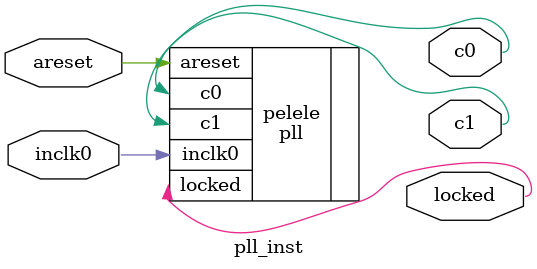
<source format=v>
module pll_inst(areset, inclk0, c0, c1, locked);

	input areset, inclk0;
	output c0, c1, locked;
	
	pll pelele(.areset(areset), .inclk0(inclk0), .c0(c0), .c1(c1), .locked(locked));

endmodule

</source>
